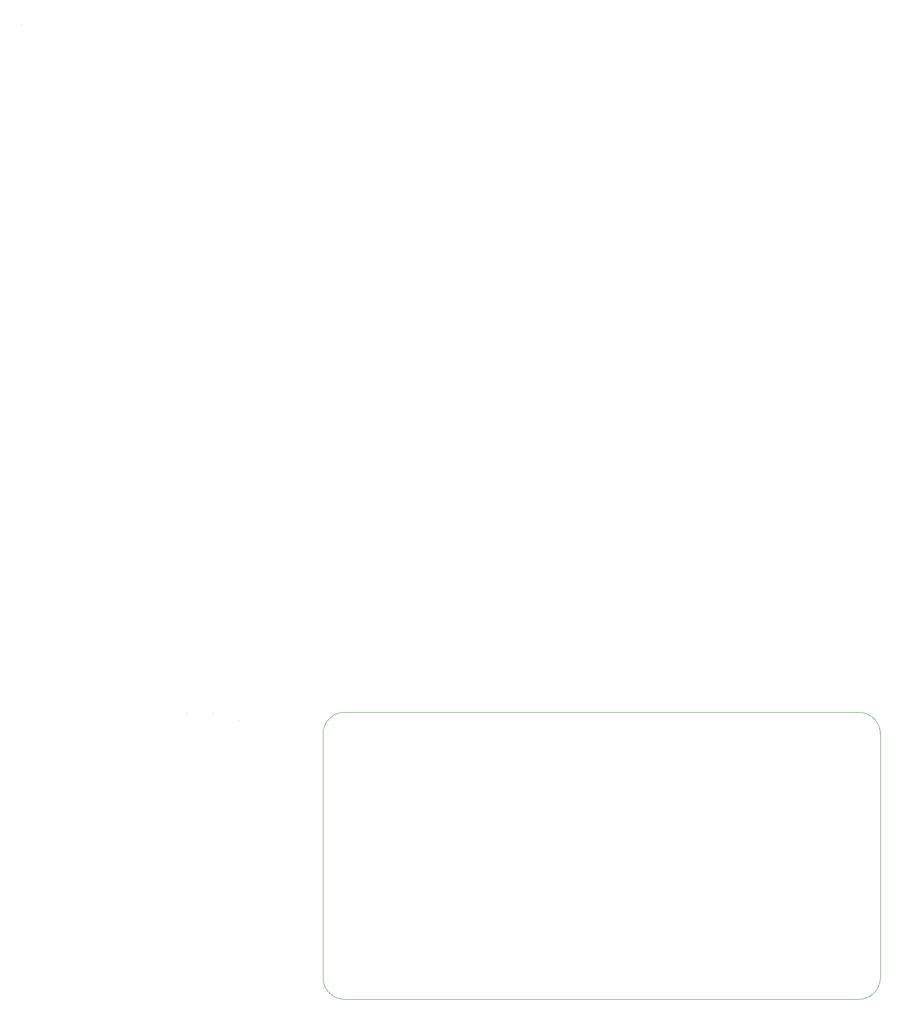
<source format=gbr>
G04 #@! TF.FileFunction,Profile,NP*
%FSLAX46Y46*%
G04 Gerber Fmt 4.6, Leading zero omitted, Abs format (unit mm)*
G04 Created by KiCad (PCBNEW 4.0.4+e1-6308~48~ubuntu15.10.1-stable) date Thu Jan 25 11:04:30 2018*
%MOMM*%
%LPD*%
G01*
G04 APERTURE LIST*
%ADD10C,0.100000*%
G04 APERTURE END LIST*
D10*
X138535722Y-108448040D02*
X138535722Y-106848040D01*
X138535722Y-66728040D02*
X138535722Y-111748040D01*
X35535722Y-111748040D02*
X35535722Y-66728040D01*
X35535722Y-66728040D02*
G75*
G02X39525722Y-62738040I3990000J0D01*
G01*
X39525722Y-115738040D02*
G75*
G02X35535722Y-111748040I0J3990000D01*
G01*
X134545722Y-115738040D02*
X39525722Y-115738040D01*
X138535722Y-111748040D02*
G75*
G02X134545722Y-115738040I-3990000J0D01*
G01*
X134545722Y-62738040D02*
G75*
G02X138535722Y-66728040I0J-3990000D01*
G01*
X39525722Y-62738040D02*
X134545722Y-62738040D01*
X15145404Y-62850000D02*
X15145404Y-62850000D01*
X-20150000Y64200000D02*
X-20150000Y64200000D01*
X20150000Y-64200000D02*
X20150000Y-64200000D01*
X10254596Y-62850000D02*
X10254596Y-62850000D01*
M02*

</source>
